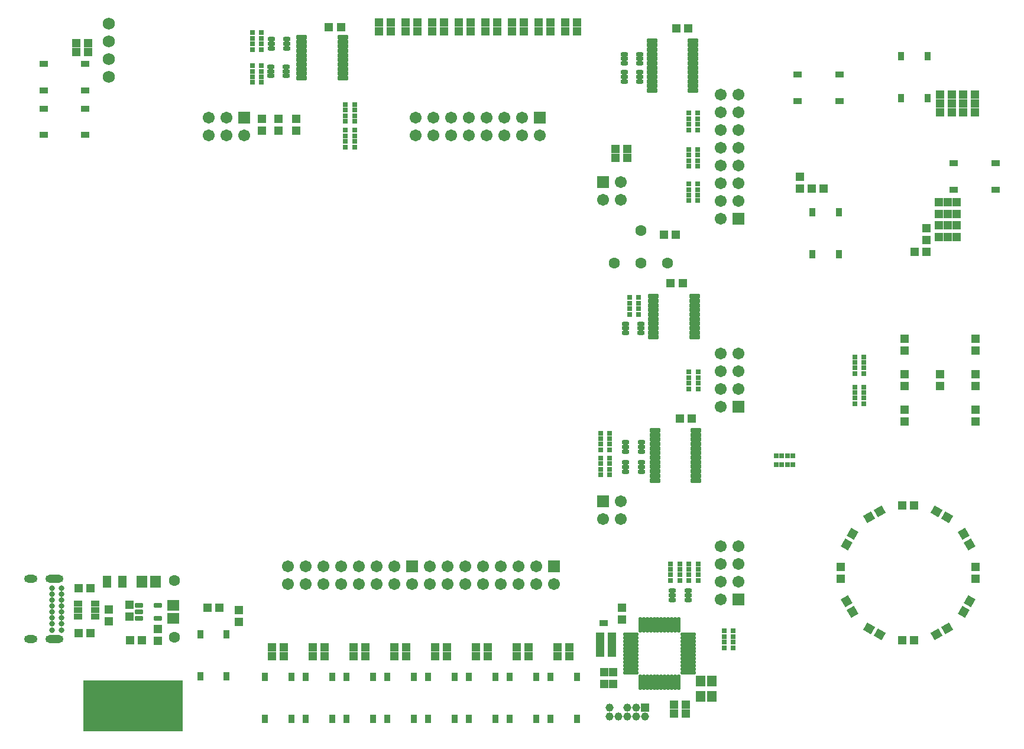
<source format=gts>
G04*
G04 #@! TF.GenerationSoftware,Altium Limited,Altium Designer,19.1.8 (144)*
G04*
G04 Layer_Color=8388736*
%FSLAX25Y25*%
%MOIN*%
G70*
G01*
G75*
%ADD23R,0.56471X0.28848*%
%ADD24R,0.05050X0.03400*%
%ADD25R,0.05131X0.04737*%
G04:AMPARAMS|DCode=26|XSize=47.37mil|YSize=29.65mil|CornerRadius=9.41mil|HoleSize=0mil|Usage=FLASHONLY|Rotation=0.000|XOffset=0mil|YOffset=0mil|HoleType=Round|Shape=RoundedRectangle|*
%AMROUNDEDRECTD26*
21,1,0.04737,0.01083,0,0,0.0*
21,1,0.02854,0.02965,0,0,0.0*
1,1,0.01883,0.01427,-0.00541*
1,1,0.01883,-0.01427,-0.00541*
1,1,0.01883,-0.01427,0.00541*
1,1,0.01883,0.01427,0.00541*
%
%ADD26ROUNDEDRECTD26*%
%ADD27R,0.04737X0.05131*%
G04:AMPARAMS|DCode=28|XSize=51.31mil|YSize=47.37mil|CornerRadius=0mil|HoleSize=0mil|Usage=FLASHONLY|Rotation=150.000|XOffset=0mil|YOffset=0mil|HoleType=Round|Shape=Rectangle|*
%AMROTATEDRECTD28*
4,1,4,0.03406,0.00769,0.01037,-0.03334,-0.03406,-0.00769,-0.01037,0.03334,0.03406,0.00769,0.0*
%
%ADD28ROTATEDRECTD28*%

G04:AMPARAMS|DCode=29|XSize=51.31mil|YSize=47.37mil|CornerRadius=0mil|HoleSize=0mil|Usage=FLASHONLY|Rotation=120.000|XOffset=0mil|YOffset=0mil|HoleType=Round|Shape=Rectangle|*
%AMROTATEDRECTD29*
4,1,4,0.03334,-0.01037,-0.00769,-0.03406,-0.03334,0.01037,0.00769,0.03406,0.03334,-0.01037,0.0*
%
%ADD29ROTATEDRECTD29*%

G04:AMPARAMS|DCode=30|XSize=51.31mil|YSize=47.37mil|CornerRadius=0mil|HoleSize=0mil|Usage=FLASHONLY|Rotation=60.000|XOffset=0mil|YOffset=0mil|HoleType=Round|Shape=Rectangle|*
%AMROTATEDRECTD30*
4,1,4,0.00769,-0.03406,-0.03334,-0.01037,-0.00769,0.03406,0.03334,0.01037,0.00769,-0.03406,0.0*
%
%ADD30ROTATEDRECTD30*%

G04:AMPARAMS|DCode=31|XSize=51.31mil|YSize=47.37mil|CornerRadius=0mil|HoleSize=0mil|Usage=FLASHONLY|Rotation=30.000|XOffset=0mil|YOffset=0mil|HoleType=Round|Shape=Rectangle|*
%AMROTATEDRECTD31*
4,1,4,-0.01037,-0.03334,-0.03406,0.00769,0.01037,0.03334,0.03406,-0.00769,-0.01037,-0.03334,0.0*
%
%ADD31ROTATEDRECTD31*%

%ADD32R,0.05131X0.03359*%
G04:AMPARAMS|DCode=33|XSize=25.72mil|YSize=63.12mil|CornerRadius=5.95mil|HoleSize=0mil|Usage=FLASHONLY|Rotation=90.000|XOffset=0mil|YOffset=0mil|HoleType=Round|Shape=RoundedRectangle|*
%AMROUNDEDRECTD33*
21,1,0.02572,0.05122,0,0,90.0*
21,1,0.01382,0.06312,0,0,90.0*
1,1,0.01190,0.02561,0.00691*
1,1,0.01190,0.02561,-0.00691*
1,1,0.01190,-0.02561,-0.00691*
1,1,0.01190,-0.02561,0.00691*
%
%ADD33ROUNDEDRECTD33*%
%ADD34R,0.03800X0.04800*%
%ADD35R,0.04800X0.03800*%
%ADD36R,0.03162X0.03162*%
%ADD37R,0.03162X0.03162*%
G04:AMPARAMS|DCode=38|XSize=23.75mil|YSize=41.47mil|CornerRadius=7.94mil|HoleSize=0mil|Usage=FLASHONLY|Rotation=270.000|XOffset=0mil|YOffset=0mil|HoleType=Round|Shape=RoundedRectangle|*
%AMROUNDEDRECTD38*
21,1,0.02375,0.02559,0,0,270.0*
21,1,0.00787,0.04147,0,0,270.0*
1,1,0.01587,-0.01280,-0.00394*
1,1,0.01587,-0.01280,0.00394*
1,1,0.01587,0.01280,0.00394*
1,1,0.01587,0.01280,-0.00394*
%
%ADD38ROUNDEDRECTD38*%
%ADD39R,0.05524X0.06312*%
%ADD40R,0.04737X0.06706*%
%ADD41O,0.01981X0.09068*%
%ADD42O,0.09068X0.01981*%
%ADD43C,0.00500*%
%ADD44R,0.06706X0.05918*%
%ADD45R,0.05918X0.06706*%
%ADD46C,0.06312*%
%ADD47C,0.06706*%
%ADD48R,0.06706X0.06706*%
%ADD49C,0.06706*%
%ADD50C,0.06800*%
%ADD51R,0.06706X0.06706*%
%ADD52O,0.03359X0.03241*%
%ADD53O,0.10249X0.04343*%
%ADD54O,0.07493X0.04343*%
%ADD55C,0.04580*%
%ADD56R,0.04580X0.04580*%
D23*
X183764Y120615D02*
D03*
D24*
X448975Y167000D02*
D03*
D25*
X489597Y386000D02*
D03*
X482904D02*
D03*
X645504Y460000D02*
D03*
X638811D02*
D03*
X429846Y153421D02*
D03*
X423153D02*
D03*
X400153Y153500D02*
D03*
X406847D02*
D03*
X383846D02*
D03*
X377153D02*
D03*
X331153D02*
D03*
X337846D02*
D03*
X314846D02*
D03*
X308154D02*
D03*
X285154D02*
D03*
X291846D02*
D03*
X434000Y505899D02*
D03*
X427307D02*
D03*
X412307D02*
D03*
X419000D02*
D03*
X404000D02*
D03*
X397307D02*
D03*
X382307D02*
D03*
X389000D02*
D03*
X374000D02*
D03*
X367307D02*
D03*
X352307D02*
D03*
X359000D02*
D03*
X344000D02*
D03*
X337307D02*
D03*
X322307D02*
D03*
X329000D02*
D03*
X268847Y153500D02*
D03*
X262154D02*
D03*
X354153D02*
D03*
X360846D02*
D03*
X232347Y175685D02*
D03*
X225654D02*
D03*
X624004Y157500D02*
D03*
X617311D02*
D03*
X617311Y233500D02*
D03*
X624004D02*
D03*
X645504Y455000D02*
D03*
X638811D02*
D03*
X573004Y412000D02*
D03*
X566311D02*
D03*
X638811Y465000D02*
D03*
X645504D02*
D03*
X631004Y376500D02*
D03*
X624311D02*
D03*
X651630Y455000D02*
D03*
X658323D02*
D03*
X651630Y460000D02*
D03*
X658323D02*
D03*
X651630Y465000D02*
D03*
X658323D02*
D03*
X495346Y116000D02*
D03*
X488654D02*
D03*
X300857Y503000D02*
D03*
X294164D02*
D03*
X486844Y358700D02*
D03*
X493537D02*
D03*
X489954Y502400D02*
D03*
X496646D02*
D03*
X491854Y282500D02*
D03*
X498547D02*
D03*
X182153Y157500D02*
D03*
X188847D02*
D03*
X447154Y150500D02*
D03*
X453847D02*
D03*
X159846Y161500D02*
D03*
X153154D02*
D03*
X159846Y186713D02*
D03*
X153154D02*
D03*
X158346Y494000D02*
D03*
X151654D02*
D03*
X158346Y489000D02*
D03*
X151654D02*
D03*
X453847Y159500D02*
D03*
X447154D02*
D03*
X453847Y155000D02*
D03*
X447154Y155000D02*
D03*
X495346Y121100D02*
D03*
X488654D02*
D03*
X268847Y148500D02*
D03*
X262154D02*
D03*
X291846D02*
D03*
X285154D02*
D03*
X314846D02*
D03*
X308154D02*
D03*
X337846D02*
D03*
X331153D02*
D03*
X360846D02*
D03*
X354153D02*
D03*
X383846D02*
D03*
X377153D02*
D03*
X406847D02*
D03*
X400153D02*
D03*
X429846D02*
D03*
X423153D02*
D03*
X322307Y500899D02*
D03*
X329000D02*
D03*
X337307D02*
D03*
X344000D02*
D03*
X352307D02*
D03*
X359000D02*
D03*
X367307D02*
D03*
X374000D02*
D03*
X382307D02*
D03*
X389000D02*
D03*
X397307D02*
D03*
X404000D02*
D03*
X412307D02*
D03*
X419000D02*
D03*
X427307D02*
D03*
X434000D02*
D03*
X462446Y434400D02*
D03*
X455754D02*
D03*
X462446Y429500D02*
D03*
X455754D02*
D03*
D26*
X187000Y177240D02*
D03*
Y173500D02*
D03*
Y169760D02*
D03*
X197630Y177240D02*
D03*
Y169760D02*
D03*
D27*
X643157Y404347D02*
D03*
Y397654D02*
D03*
X265700Y451346D02*
D03*
Y444654D02*
D03*
X658658Y192154D02*
D03*
Y198846D02*
D03*
X582657Y198846D02*
D03*
Y192154D02*
D03*
X658658Y300654D02*
D03*
Y307347D02*
D03*
X618657D02*
D03*
Y300654D02*
D03*
Y280654D02*
D03*
Y287347D02*
D03*
X658658Y327346D02*
D03*
Y320654D02*
D03*
Y280654D02*
D03*
Y287347D02*
D03*
X618657Y327346D02*
D03*
Y320654D02*
D03*
X638658Y300654D02*
D03*
Y307347D02*
D03*
X638158Y404347D02*
D03*
Y397654D02*
D03*
X631157Y383154D02*
D03*
Y389846D02*
D03*
X648158Y397654D02*
D03*
Y404347D02*
D03*
X170000Y174747D02*
D03*
Y168053D02*
D03*
X638158Y391528D02*
D03*
Y384835D02*
D03*
X643157Y391528D02*
D03*
Y384835D02*
D03*
X648158Y391528D02*
D03*
Y384835D02*
D03*
X559657Y412153D02*
D03*
Y418847D02*
D03*
X197815Y157153D02*
D03*
Y163847D02*
D03*
X181700Y177347D02*
D03*
Y170653D02*
D03*
X449500Y132653D02*
D03*
Y139347D02*
D03*
X256200Y444654D02*
D03*
Y451346D02*
D03*
X243500Y174346D02*
D03*
Y167654D02*
D03*
X275700Y444654D02*
D03*
Y451346D02*
D03*
X459382Y175847D02*
D03*
Y169153D02*
D03*
X454500Y132653D02*
D03*
Y139347D02*
D03*
D28*
X642556Y226736D02*
D03*
X636759Y230082D02*
D03*
X598759Y164264D02*
D03*
X604556Y160918D02*
D03*
D29*
X651893Y217398D02*
D03*
X655240Y211602D02*
D03*
X589422Y173602D02*
D03*
X586075Y179398D02*
D03*
D30*
X655240Y179398D02*
D03*
X651893Y173602D02*
D03*
X586075Y211602D02*
D03*
X589422Y217398D02*
D03*
D31*
X636759Y160918D02*
D03*
X642556Y164264D02*
D03*
X604556Y230082D02*
D03*
X598759Y226736D02*
D03*
D32*
X162224Y178240D02*
D03*
Y174500D02*
D03*
Y170760D02*
D03*
X152776D02*
D03*
Y174500D02*
D03*
Y178240D02*
D03*
D33*
X477886Y275775D02*
D03*
Y273216D02*
D03*
Y270657D02*
D03*
Y268098D02*
D03*
Y265539D02*
D03*
Y262980D02*
D03*
Y260420D02*
D03*
Y257861D02*
D03*
Y255302D02*
D03*
Y252743D02*
D03*
Y250184D02*
D03*
Y247625D02*
D03*
X501114Y275775D02*
D03*
Y273216D02*
D03*
Y270657D02*
D03*
Y268098D02*
D03*
Y265539D02*
D03*
Y262980D02*
D03*
Y260420D02*
D03*
Y257861D02*
D03*
Y255302D02*
D03*
Y252743D02*
D03*
Y250184D02*
D03*
Y247625D02*
D03*
X499514Y467480D02*
D03*
Y470040D02*
D03*
Y472599D02*
D03*
Y475158D02*
D03*
Y477717D02*
D03*
Y480276D02*
D03*
Y482835D02*
D03*
Y485394D02*
D03*
Y487953D02*
D03*
Y490512D02*
D03*
Y493071D02*
D03*
Y495630D02*
D03*
X476286Y467480D02*
D03*
Y470040D02*
D03*
Y472599D02*
D03*
Y475158D02*
D03*
Y477717D02*
D03*
Y480276D02*
D03*
Y482835D02*
D03*
Y485394D02*
D03*
Y487953D02*
D03*
Y490512D02*
D03*
Y493071D02*
D03*
Y495630D02*
D03*
X477086Y351416D02*
D03*
Y348857D02*
D03*
Y346298D02*
D03*
Y343739D02*
D03*
Y341179D02*
D03*
Y338620D02*
D03*
Y336061D02*
D03*
Y333502D02*
D03*
Y330943D02*
D03*
Y328384D02*
D03*
X500314Y351416D02*
D03*
Y348857D02*
D03*
Y346298D02*
D03*
Y343739D02*
D03*
Y341179D02*
D03*
Y338620D02*
D03*
Y336061D02*
D03*
Y333502D02*
D03*
Y330943D02*
D03*
Y328384D02*
D03*
X278686Y497516D02*
D03*
Y494957D02*
D03*
Y492398D02*
D03*
Y489839D02*
D03*
Y487280D02*
D03*
Y484721D02*
D03*
Y482161D02*
D03*
Y479602D02*
D03*
Y477043D02*
D03*
Y474484D02*
D03*
X301914Y497516D02*
D03*
Y494957D02*
D03*
Y492398D02*
D03*
Y489839D02*
D03*
Y487280D02*
D03*
Y484721D02*
D03*
Y482161D02*
D03*
Y479602D02*
D03*
Y477043D02*
D03*
Y474484D02*
D03*
D34*
X616776Y463189D02*
D03*
X631539D02*
D03*
Y486811D02*
D03*
X616776D02*
D03*
X581539Y398811D02*
D03*
X566776D02*
D03*
Y375189D02*
D03*
X581539D02*
D03*
X236382Y137189D02*
D03*
X221618D02*
D03*
Y160811D02*
D03*
X236382D02*
D03*
X272882Y113189D02*
D03*
X258118D02*
D03*
Y136811D02*
D03*
X272882D02*
D03*
X295882Y113189D02*
D03*
X281118D02*
D03*
Y136811D02*
D03*
X295882D02*
D03*
X318882Y113189D02*
D03*
X304118D02*
D03*
Y136811D02*
D03*
X318882D02*
D03*
X341882Y113189D02*
D03*
X327118D02*
D03*
Y136811D02*
D03*
X341882D02*
D03*
X364882Y113189D02*
D03*
X350118D02*
D03*
Y136811D02*
D03*
X364882D02*
D03*
X387882Y113189D02*
D03*
X373118D02*
D03*
Y136811D02*
D03*
X387882D02*
D03*
X410882Y113189D02*
D03*
X396118D02*
D03*
Y136811D02*
D03*
X410882D02*
D03*
X433882Y113189D02*
D03*
X419118D02*
D03*
Y136811D02*
D03*
X433882D02*
D03*
D35*
X646347Y426382D02*
D03*
Y411618D02*
D03*
X669969D02*
D03*
Y426382D02*
D03*
X581968Y461618D02*
D03*
Y476382D02*
D03*
X558347D02*
D03*
Y461618D02*
D03*
X156811Y457287D02*
D03*
Y442524D02*
D03*
X133189D02*
D03*
Y457287D02*
D03*
Y482382D02*
D03*
Y467618D02*
D03*
X156811D02*
D03*
Y482382D02*
D03*
D36*
X595776Y300299D02*
D03*
Y297150D02*
D03*
Y294000D02*
D03*
Y290850D02*
D03*
X590658D02*
D03*
Y294000D02*
D03*
Y297150D02*
D03*
Y300299D02*
D03*
X595776Y317299D02*
D03*
Y314150D02*
D03*
Y311000D02*
D03*
Y307850D02*
D03*
X590658D02*
D03*
Y311000D02*
D03*
Y314150D02*
D03*
Y317299D02*
D03*
X522157Y153201D02*
D03*
X522157Y156350D02*
D03*
X522157Y159500D02*
D03*
Y162650D02*
D03*
X517039Y162650D02*
D03*
X517039Y159500D02*
D03*
Y156350D02*
D03*
X517039Y153201D02*
D03*
X502218Y308650D02*
D03*
X502218Y305500D02*
D03*
Y302350D02*
D03*
X502218Y299201D02*
D03*
X497100D02*
D03*
X497100Y302350D02*
D03*
X497100Y305500D02*
D03*
X497100Y308650D02*
D03*
X308618Y445000D02*
D03*
Y441850D02*
D03*
Y438701D02*
D03*
Y435551D02*
D03*
X303500D02*
D03*
Y438701D02*
D03*
Y441850D02*
D03*
Y445000D02*
D03*
X496882Y445250D02*
D03*
Y448400D02*
D03*
Y451550D02*
D03*
Y454699D02*
D03*
X502000D02*
D03*
Y451550D02*
D03*
Y448400D02*
D03*
Y445250D02*
D03*
X496882Y424801D02*
D03*
Y427950D02*
D03*
Y431100D02*
D03*
Y434250D02*
D03*
X502000D02*
D03*
Y431100D02*
D03*
Y427950D02*
D03*
Y424801D02*
D03*
X496882Y405301D02*
D03*
Y408450D02*
D03*
Y411600D02*
D03*
Y414750D02*
D03*
X502000D02*
D03*
Y411600D02*
D03*
Y408450D02*
D03*
Y405301D02*
D03*
X502300Y191150D02*
D03*
Y194300D02*
D03*
Y197450D02*
D03*
Y200599D02*
D03*
X497182D02*
D03*
Y197450D02*
D03*
Y194300D02*
D03*
Y191150D02*
D03*
X486800Y200599D02*
D03*
X486800Y197450D02*
D03*
X486800Y194300D02*
D03*
Y191150D02*
D03*
X491918Y191150D02*
D03*
X491918Y194300D02*
D03*
Y197450D02*
D03*
X491918Y200599D02*
D03*
X463700Y341250D02*
D03*
X463700Y344400D02*
D03*
Y347550D02*
D03*
X463700Y350699D02*
D03*
X468818Y350699D02*
D03*
Y347550D02*
D03*
X468818Y344400D02*
D03*
X468818Y341250D02*
D03*
X303500Y459500D02*
D03*
Y456350D02*
D03*
Y453201D02*
D03*
Y450051D02*
D03*
X308618D02*
D03*
Y453201D02*
D03*
Y456350D02*
D03*
Y459500D02*
D03*
X256118Y471977D02*
D03*
Y475126D02*
D03*
Y478276D02*
D03*
Y481426D02*
D03*
X251000D02*
D03*
Y478276D02*
D03*
Y475126D02*
D03*
Y471977D02*
D03*
X256118Y490533D02*
D03*
Y493683D02*
D03*
Y496833D02*
D03*
Y499982D02*
D03*
X251000D02*
D03*
Y496833D02*
D03*
Y493683D02*
D03*
Y490533D02*
D03*
X452400Y264850D02*
D03*
Y268000D02*
D03*
Y271150D02*
D03*
Y274299D02*
D03*
X447282D02*
D03*
Y271150D02*
D03*
Y268000D02*
D03*
Y264850D02*
D03*
X452418Y250701D02*
D03*
Y253850D02*
D03*
Y257000D02*
D03*
Y260150D02*
D03*
X447300D02*
D03*
Y257000D02*
D03*
Y253850D02*
D03*
Y250701D02*
D03*
D37*
X555807Y261500D02*
D03*
X552658D02*
D03*
X549508D02*
D03*
X546358D02*
D03*
Y256382D02*
D03*
X549508D02*
D03*
X552658D02*
D03*
X555807D02*
D03*
D38*
X261271Y475717D02*
D03*
Y478276D02*
D03*
Y480835D02*
D03*
X270129D02*
D03*
Y478276D02*
D03*
Y475717D02*
D03*
X270429Y491189D02*
D03*
Y493748D02*
D03*
Y496307D02*
D03*
X261571D02*
D03*
Y493748D02*
D03*
Y491189D02*
D03*
X470329Y269041D02*
D03*
Y266482D02*
D03*
Y263923D02*
D03*
X461471D02*
D03*
Y266482D02*
D03*
Y269041D02*
D03*
Y257659D02*
D03*
Y255100D02*
D03*
Y252541D02*
D03*
X470329D02*
D03*
Y255100D02*
D03*
Y257659D02*
D03*
X469429Y477659D02*
D03*
Y475100D02*
D03*
Y472541D02*
D03*
X460571D02*
D03*
Y475100D02*
D03*
Y477659D02*
D03*
Y487959D02*
D03*
Y485400D02*
D03*
Y482841D02*
D03*
X469429D02*
D03*
Y485400D02*
D03*
Y487959D02*
D03*
X470129Y335959D02*
D03*
Y333400D02*
D03*
Y330841D02*
D03*
X461271D02*
D03*
Y333400D02*
D03*
Y335959D02*
D03*
X487689Y185318D02*
D03*
Y182759D02*
D03*
Y180200D02*
D03*
X496547D02*
D03*
Y182759D02*
D03*
Y185318D02*
D03*
D39*
X510150Y125669D02*
D03*
X503850D02*
D03*
Y134331D02*
D03*
X510150D02*
D03*
D40*
X169169Y190500D02*
D03*
X177831D02*
D03*
D41*
X469673Y166142D02*
D03*
X471642D02*
D03*
X473610D02*
D03*
X475579D02*
D03*
X477547D02*
D03*
X479516D02*
D03*
X481484D02*
D03*
X483453D02*
D03*
X485421D02*
D03*
X487390D02*
D03*
X489358D02*
D03*
X491327D02*
D03*
Y133858D02*
D03*
X489358D02*
D03*
X487390D02*
D03*
X485421D02*
D03*
X483453D02*
D03*
X481484D02*
D03*
X479516D02*
D03*
X477547D02*
D03*
X475579D02*
D03*
X473610D02*
D03*
X471642D02*
D03*
X469673D02*
D03*
D42*
X496642Y160827D02*
D03*
Y158858D02*
D03*
Y156890D02*
D03*
Y154921D02*
D03*
Y152953D02*
D03*
Y150984D02*
D03*
Y149016D02*
D03*
Y147047D02*
D03*
Y145079D02*
D03*
Y143110D02*
D03*
Y141142D02*
D03*
Y139173D02*
D03*
X464358D02*
D03*
Y141142D02*
D03*
Y143110D02*
D03*
Y145079D02*
D03*
Y147047D02*
D03*
Y149016D02*
D03*
Y150984D02*
D03*
Y152953D02*
D03*
Y154921D02*
D03*
Y156890D02*
D03*
Y158858D02*
D03*
Y160827D02*
D03*
D43*
X446900Y167000D02*
D03*
X451100D02*
D03*
D44*
X206500Y169760D02*
D03*
Y177240D02*
D03*
D45*
X188760Y190500D02*
D03*
X196240D02*
D03*
D46*
X485000Y370000D02*
D03*
X207000Y159000D02*
D03*
Y191000D02*
D03*
X470000Y388500D02*
D03*
X455000Y370000D02*
D03*
X470000D02*
D03*
D47*
X515158Y455000D02*
D03*
X525157D02*
D03*
Y445000D02*
D03*
X515158D02*
D03*
X525157Y465000D02*
D03*
X515158D02*
D03*
X351000Y189000D02*
D03*
Y199000D02*
D03*
X371000Y189000D02*
D03*
Y199000D02*
D03*
X361000D02*
D03*
Y189000D02*
D03*
X281000D02*
D03*
Y199000D02*
D03*
X291000D02*
D03*
Y189000D02*
D03*
X271000Y199000D02*
D03*
Y189000D02*
D03*
X343000Y442000D02*
D03*
Y452000D02*
D03*
X363000Y442000D02*
D03*
Y452000D02*
D03*
X353000D02*
D03*
Y442000D02*
D03*
D48*
X525157Y395000D02*
D03*
Y180500D02*
D03*
Y289000D02*
D03*
X448618Y415689D02*
D03*
Y235689D02*
D03*
D49*
X515158Y395000D02*
D03*
X525157Y405000D02*
D03*
X515158D02*
D03*
X525157Y415000D02*
D03*
X515158D02*
D03*
X525157Y425000D02*
D03*
X515158D02*
D03*
Y435000D02*
D03*
X525157D02*
D03*
X515158Y210500D02*
D03*
X525157D02*
D03*
X515158Y200500D02*
D03*
X525157D02*
D03*
X515158Y190500D02*
D03*
X525157D02*
D03*
X515158Y180500D02*
D03*
Y319000D02*
D03*
X525157D02*
D03*
X515158Y309000D02*
D03*
X525157D02*
D03*
X515158Y299000D02*
D03*
X525157D02*
D03*
X515158Y289000D02*
D03*
X381000Y199000D02*
D03*
Y189000D02*
D03*
X391000D02*
D03*
Y199000D02*
D03*
X401000Y189000D02*
D03*
Y199000D02*
D03*
X411000Y189000D02*
D03*
Y199000D02*
D03*
X421000Y189000D02*
D03*
X341000D02*
D03*
X331000Y199000D02*
D03*
Y189000D02*
D03*
X321000Y199000D02*
D03*
Y189000D02*
D03*
X311000Y199000D02*
D03*
Y189000D02*
D03*
X301000D02*
D03*
Y199000D02*
D03*
X458618Y415689D02*
D03*
X448618Y405689D02*
D03*
X458618D02*
D03*
Y235689D02*
D03*
X448618Y225689D02*
D03*
X458618D02*
D03*
X246200Y442000D02*
D03*
X236200Y452000D02*
D03*
Y442000D02*
D03*
X226200Y452000D02*
D03*
Y442000D02*
D03*
X373000Y452000D02*
D03*
Y442000D02*
D03*
X383000D02*
D03*
Y452000D02*
D03*
X393000Y442000D02*
D03*
Y452000D02*
D03*
X403000Y442000D02*
D03*
Y452000D02*
D03*
X413000Y442000D02*
D03*
D50*
X170000Y505000D02*
D03*
Y495000D02*
D03*
Y485000D02*
D03*
Y475000D02*
D03*
D51*
X421000Y199000D02*
D03*
X341000D02*
D03*
X246200Y452000D02*
D03*
X413000D02*
D03*
D52*
X143346Y186713D02*
D03*
Y183366D02*
D03*
Y180020D02*
D03*
Y176673D02*
D03*
Y173327D02*
D03*
Y169980D02*
D03*
Y166634D02*
D03*
Y163287D02*
D03*
X138032D02*
D03*
Y166634D02*
D03*
Y169980D02*
D03*
Y173327D02*
D03*
Y176673D02*
D03*
Y180020D02*
D03*
Y183366D02*
D03*
Y186713D02*
D03*
D53*
X139488Y192028D02*
D03*
Y157972D02*
D03*
D54*
X126181D02*
D03*
Y192028D02*
D03*
D55*
X452400Y114500D02*
D03*
Y119500D02*
D03*
X457400Y114500D02*
D03*
X462400D02*
D03*
Y119500D02*
D03*
X467400Y114500D02*
D03*
Y119500D02*
D03*
X472400Y114500D02*
D03*
D56*
Y119500D02*
D03*
M02*

</source>
